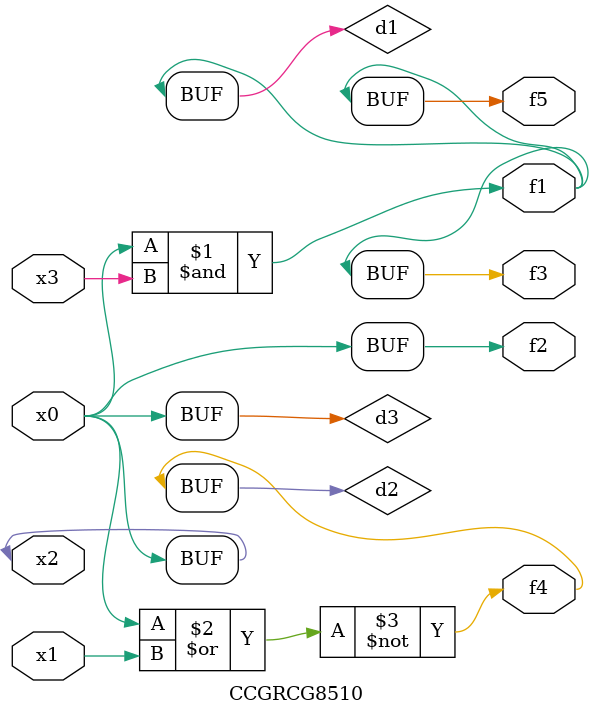
<source format=v>
module CCGRCG8510(
	input x0, x1, x2, x3,
	output f1, f2, f3, f4, f5
);

	wire d1, d2, d3;

	and (d1, x2, x3);
	nor (d2, x0, x1);
	buf (d3, x0, x2);
	assign f1 = d1;
	assign f2 = d3;
	assign f3 = d1;
	assign f4 = d2;
	assign f5 = d1;
endmodule

</source>
